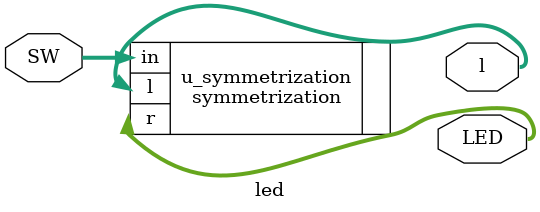
<source format=sv>
`timescale 1ns / 1ps


module led 
    #(parameter int N = 4) (
    input wire [N-1:0] SW,
    output logic [N-1:0] LED,
    output logic [$clog2(N+1)-1:0] l
    );
    
    symmetrization #(.N(N)) u_symmetrization (
        .in(SW),
        .r(LED),
        .l(l) // not used rn
    );
    
    // assign LED = ((SW << 1) | (SW >> 3)) & 4'b1111;
    
endmodule

</source>
